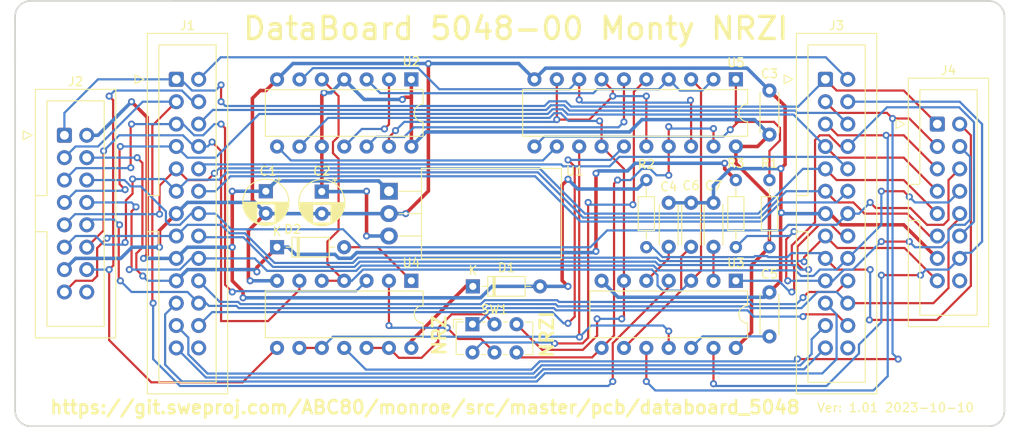
<source format=kicad_pcb>
(kicad_pcb
	(version 20240108)
	(generator "pcbnew")
	(generator_version "8.0")
	(general
		(thickness 1.6)
		(legacy_teardrops no)
	)
	(paper "A4")
	(layers
		(0 "F.Cu" signal)
		(31 "B.Cu" signal)
		(32 "B.Adhes" user "B.Adhesive")
		(33 "F.Adhes" user "F.Adhesive")
		(34 "B.Paste" user)
		(35 "F.Paste" user)
		(36 "B.SilkS" user "B.Silkscreen")
		(37 "F.SilkS" user "F.Silkscreen")
		(38 "B.Mask" user)
		(39 "F.Mask" user)
		(40 "Dwgs.User" user "User.Drawings")
		(41 "Cmts.User" user "User.Comments")
		(42 "Eco1.User" user "User.Eco1")
		(43 "Eco2.User" user "User.Eco2")
		(44 "Edge.Cuts" user)
		(45 "Margin" user)
		(46 "B.CrtYd" user "B.Courtyard")
		(47 "F.CrtYd" user "F.Courtyard")
		(48 "B.Fab" user)
		(49 "F.Fab" user)
		(50 "User.1" user)
		(51 "User.2" user)
		(52 "User.3" user)
		(53 "User.4" user)
		(54 "User.5" user)
		(55 "User.6" user)
		(56 "User.7" user)
		(57 "User.8" user)
		(58 "User.9" user)
	)
	(setup
		(pad_to_mask_clearance 0)
		(allow_soldermask_bridges_in_footprints no)
		(pcbplotparams
			(layerselection 0x00010fc_ffffffff)
			(plot_on_all_layers_selection 0x0000000_00000000)
			(disableapertmacros no)
			(usegerberextensions no)
			(usegerberattributes yes)
			(usegerberadvancedattributes yes)
			(creategerberjobfile yes)
			(dashed_line_dash_ratio 12.000000)
			(dashed_line_gap_ratio 3.000000)
			(svgprecision 4)
			(plotframeref no)
			(viasonmask no)
			(mode 1)
			(useauxorigin no)
			(hpglpennumber 1)
			(hpglpenspeed 20)
			(hpglpendiameter 15.000000)
			(pdf_front_fp_property_popups yes)
			(pdf_back_fp_property_popups yes)
			(dxfpolygonmode yes)
			(dxfimperialunits yes)
			(dxfusepcbnewfont yes)
			(psnegative no)
			(psa4output no)
			(plotreference yes)
			(plotvalue yes)
			(plotfptext yes)
			(plotinvisibletext no)
			(sketchpadsonfab no)
			(subtractmaskfromsilk no)
			(outputformat 1)
			(mirror no)
			(drillshape 1)
			(scaleselection 1)
			(outputdirectory "")
		)
	)
	(net 0 "")
	(net 1 "Net-(U3B-ENABLE)")
	(net 2 "GND")
	(net 3 "Net-(U3D-ENABLE)")
	(net 4 "Net-(U3C-ENABLE)")
	(net 5 "Net-(U3A-ENABLE)")
	(net 6 "Net-(D1-K)")
	(net 7 "+12V")
	(net 8 "-12V")
	(net 9 "Net-(D2-A)")
	(net 10 "/1_1")
	(net 11 "/2_2")
	(net 12 "/1_3")
	(net 13 "/1_14")
	(net 14 "/1_5")
	(net 15 "/2_6")
	(net 16 "/1_7")
	(net 17 "/1_12")
	(net 18 "/1_9")
	(net 19 "/2_10")
	(net 20 "/1_11")
	(net 21 "/2_12")
	(net 22 "/1_6")
	(net 23 "/1_15")
	(net 24 "/2_16")
	(net 25 "unconnected-(J1-Pin_26-Pad26)")
	(net 26 "/1_8")
	(net 27 "/2_20")
	(net 28 "/2_21")
	(net 29 "/1_10")
	(net 30 "/2_23")
	(net 31 "/2_24")
	(net 32 "/2_25")
	(net 33 "/3_3")
	(net 34 "/3_14")
	(net 35 "/3_5")
	(net 36 "/3_12")
	(net 37 "/3_4")
	(net 38 "/3_+12V")
	(net 39 "+5V")
	(net 40 "Net-(U5A-~{CLR})")
	(net 41 "unconnected-(J2-Pin_16-Pad16)")
	(net 42 "unconnected-(J3-Pin_26-Pad26)")
	(net 43 "unconnected-(J4-Pin_16-Pad16)")
	(net 44 "Net-(U3A-OUT)")
	(net 45 "Net-(SW1A-C)")
	(net 46 "Net-(SW1B-C)")
	(net 47 "Net-(U3D-OUT)")
	(net 48 "Net-(SW1B-B)")
	(net 49 "Net-(SW1A-B)")
	(net 50 "Net-(U5A-J)")
	(net 51 "Net-(SW1B-A)")
	(net 52 "Net-(U5B-Q)")
	(net 53 "Net-(U5B-J)")
	(net 54 "Net-(U5B-C)")
	(net 55 "Net-(U5C-J)")
	(net 56 "Net-(SW1A-A)")
	(net 57 "Net-(U2-Pad11)")
	(footprint "Capacitor_THT:CP_Radial_D5.0mm_P2.50mm" (layer "F.Cu") (at 71.12 83.82 -90))
	(footprint "Package_TO_SOT_THT:TO-220-3_Horizontal_TabDown" (layer "F.Cu") (at 85.09 83.82 -90))
	(footprint "Package_DIP:DIP-20_W7.62mm" (layer "F.Cu") (at 124.46 71.12 -90))
	(footprint "Diode_THT:D_DO-35_SOD27_P7.62mm_Horizontal" (layer "F.Cu") (at 72.39 90.17))
	(footprint "Resistor_THT:R_Axial_DIN0204_L3.6mm_D1.6mm_P7.62mm_Horizontal" (layer "F.Cu") (at 114.3 90.17 90))
	(footprint "Button_Switch_THT:SW_E-Switch_EG1271_SPDT" (layer "F.Cu") (at 94.568 98.908))
	(footprint "Resistor_THT:R_Axial_DIN0204_L3.6mm_D1.6mm_P7.62mm_Horizontal" (layer "F.Cu") (at 128.27 90.17 90))
	(footprint "Connector_IDC:IDC-Header_2x08_P2.54mm_Vertical" (layer "F.Cu") (at 48.26 77.47))
	(footprint "Capacitor_THT:C_Disc_D4.3mm_W1.9mm_P5.00mm" (layer "F.Cu") (at 121.92 90.13 90))
	(footprint "Connector_IDC:IDC-Header_2x08_P2.54mm_Vertical" (layer "F.Cu") (at 147.32 76.2))
	(footprint "Resistor_THT:R_Axial_DIN0204_L3.6mm_D1.6mm_P7.62mm_Horizontal" (layer "F.Cu") (at 124.46 90.17 90))
	(footprint "Package_DIP:DIP-14_W7.62mm" (layer "F.Cu") (at 124.46 93.98 -90))
	(footprint "Package_DIP:DIP-14_W7.62mm" (layer "F.Cu") (at 87.635 71.13 -90))
	(footprint "Connector_IDC:IDC-Header_2x13_P2.54mm_Vertical" (layer "F.Cu") (at 134.62 71.12))
	(footprint "Capacitor_THT:CP_Radial_D5.0mm_P2.50mm" (layer "F.Cu") (at 77.47 83.86 -90))
	(footprint "Connector_IDC:IDC-Header_2x13_P2.54mm_Vertical" (layer "F.Cu") (at 60.96 71.12))
	(footprint "Capacitor_THT:C_Disc_D4.3mm_W1.9mm_P5.00mm" (layer "F.Cu") (at 128.27 100.29 90))
	(footprint "Capacitor_THT:C_Disc_D4.3mm_W1.9mm_P5.00mm" (layer "F.Cu") (at 119.38 90.13 90))
	(footprint "Capacitor_THT:C_Disc_D4.3mm_W1.9mm_P5.00mm" (layer "F.Cu") (at 128.27 77.39 90))
	(footprint "Capacitor_THT:C_Disc_D4.3mm_W1.9mm_P5.00mm" (layer "F.Cu") (at 116.84 90.13 90))
	(footprint "Package_DIP:DIP-14_W7.62mm"
		(layer "F.Cu")
		(uuid "f55d4a32-38bb-44ac-8022-bfb594e6d712")
		(at 87.63 93.98 -90)
		(descr "14-lead though-hole mounted DIP package, row spacing 7.62 mm (300 mils)")
		(tags "THT DIP DIL PDIP 2.54mm 7.62mm 300mil")
		(property "Reference" "U4"
			(at -2.032 0 180)
			(layer "F.SilkS")
			(uuid "a018ca6e-880b-479f-9e00-32b0c407d3d3")
			(effects
				(font
					(size 1 1)
					(thickness 0.15)
				)
			)
		)
		(property "Value" "1488"
			(at 3.81 17.57 90)
			(layer "F.Fab")
			(uuid "629bef83-535e-4427-8494-f8067ea516ed")
			(effects
				(font
					(size 1 1)
					(thickness 0.15)
				)
			)
		)
		(property "Footprint" ""
			(at 0 0 -90)
			(layer "F.Fab")
			(hide yes)
			(uuid "80b28b6b-e23a-46aa-8a92-f37e1f217338")
			(effects
				(font
					(size 1.27 1.27)
					(thickness 0.15)
				)
			)
		)
		(property "Datasheet" ""
			(at 0 0 -90)
			(layer "F.Fab")
			(hide yes)
			(uuid "f24d7e1c-8b24-4fbb-88d1-f0eb8e3a1ab8")
			(effects
				(font
					(size 1.27 1.27)
					(thickness 0.15)
				)
			)
		)
		(property "Description" "Quad Nand 2 inputs"
			(at 0 0 -90)
			(layer "F.Fab")
			(hide yes)
			(uuid "651f99dc-8fa9-4774-8572-13e451fa3381")
			(effects
				(font
					(size 1.27 1.27)
					(thickness 0.15)
				)
			)
		)
		(path "/e4bc1eee-5b93-4e54-ab6d-2e4f584829d5")
		(sheetfile "databoard_5048.kicad_sch")
		(attr through_hole)
		(fp_line
			(start 1.16 16.57)
			(end 6.46 16.57)
			(stroke
				(width 0.12)
				(type solid)
			)
			(layer "F.SilkS")
			(uuid "685f6ae0-5077-489c-87f1-7a5c16288960")
		)
		(fp_line
			(start 6.46 16.57)
			(end 6.46 -1.33)
			(stroke
				(width 0.12)
				(type solid)
			)
			(layer "F.SilkS")
			(uuid "4227992a-63a1-4256-bbd0-1df79d2aabb1")
		)
		(fp_line
			(start 1.16 -1.33)
			(end 1.16 16.57)
			(stroke
				(width 0.12)
				(type solid)
			)
			(layer "F.SilkS")
			(uuid "7f968a8c-cba8-44ee-a546-a008b9ce68e6")
		)
		(fp_line
			(start 2.81 -1.33)
			(end 1.16 -1.33)
			(stroke
				(width 0.12)
				(type solid)
			)
			(layer "F.SilkS")
			(uuid "8d00887a-84d6-4fe4-bf40-af4299ba92bb")
		)
		(fp_line
			(start 6.46 -1.33)
			(end 4.81 -1.33)
			(stroke
				(width 0.12)
				(type solid)
			)
			(layer "F.SilkS")
			(uuid "c46f940e-02ec-4b76-bf09-dfd3df31fe42")
		)
		(fp_arc
			(start 4.81 -1.33)
			(mid 3.81 -0.33)
			(end 2.81 -1.33)
			(stroke
				(width 0.12)
				(type solid)
			)
			(layer "F.SilkS")
			(uuid "529b8148-cbca-4773-96be-ca71542d7118")
		)
		(fp_line
			(start -1.1 16.8)
			(end 8.7 16.8)
			(stroke
				(width 0.05)
				(type solid)
			)
			(layer "F.CrtYd")
			(uuid "8c4af09a-c889-4a83-8fdd-76032f52122c")
		)
		(fp_line
			(start 8.7 16.8)
			(end 8.7 -1.55)
			(stroke
				(width 0.05)
				(type solid)
			)
			(layer "F.CrtYd")
			(uuid "3a50e7a2-639c-46f4-9c57-bafd3ce9465f")
		)
		(fp_line
			(start -1.1 -1.55)
			(end -1.1 16.8)
			(stroke
				(width 0.05)
				(type solid)
			)
			(layer "F.CrtYd")
			(uuid "5a5bb1f8-fb00-4840-9cd6-f63523d46d53")
		)
		(fp_line
			(start 8.7 -1.55)
			(end -1.1 -1.55)
			(stroke
				(width 0.05)
				(type solid)
			)
			(layer "F.CrtYd")
			(uuid "a8afce4d-a629-40a4-999d-c5f2c9e4f195")
		)
		(fp_line
			(start 0.635 16.51)
			(end 0.635 -0.27)
			(stroke
				(width 0.1)
				(type solid)
			)
			(layer "F.Fab")
			(uuid "8c4148b3-6298-4375-87b8-34e75e353034")
		)
		(fp_line
			(start 6.985 16.51)
			(end 0.635 16.51)
			(stroke
				(width 0.1)
				(type solid)
			)
			(layer "F.Fab")
			(uuid "d0bb2785-d5dd-4735-b50b-c5e57151c160")
		)
		(fp_line
			(start 0.635 -0.27)
			(end 1.635 -1.27)
			(stroke
				(width 0.1)
				(type solid)
			)
			(layer "F.Fab")
			(uuid "53b2b3c2-1e81-44d7-b340-ddb223186ed3")
		)
		(fp_line
			(start 1.635 -1.27)
			(end 6.985 -1.27)
			(stroke
				(width 0.1)
				(type solid)
			)
			(layer "F.Fab")
			(uuid "b4b6fb66-3316-4819-99e7-2e3c63b9d8a4")
		)
		(fp_line
			(start 6.985 -1.27)
			(end 6.985 16.51)
			(stroke
				(width 0.1)
				(type solid)
			)
			(layer "F.Fab")
			(uuid "4d8deed3-bdeb-473e-a077-b754a2d78c5f")
		)
		(fp_text user "${REFERENCE}"
			(at 3.81 7.62 90)
			(layer "F.Fab")
			(uuid "6bc68258-aec7-4125-ae47-9259a01e2891")
			(effects
				(font
					(size 1 1)
					(thickness 0.15)
				)
			)
		)
		(pad "1" thru_hole rect
			(at 0 0 270)
			(size 1.6 1.6)
			(drill 0.8)
			(layers "*.Cu" "*.Mask")
			(remove_unused_layers no)
			(net 9 "Net-(D2-A)")
			(pinfunction "VDD-")
			(pintype "input")
			(uuid "f4b20719-a581-4cff-aa3e-20a3010709ea")
		)
		(pad "2" thru_hole oval
			(at 0 2.54 270)
			(size 1.6 1.6)
			(drill 0.8)
			(layers "*.Cu" "*.Mask")
			(remove_unused_layers no)
			(net 48 "Net-(SW1B-B)")
			(pintype "input")
			(uuid "d231a25b-84c6-41de-8c58-5e3f13d93e96")
		)
		(pad "3" thru_hole oval
			(at 0 5.08 270)
			(size 1.6 1.6)
			(drill 0.8)
			(layers "*.Cu" "*.Mask")
			(remove_unused_layers no)
			(net 14 "/1_5")
			(pintype "output")
			(uuid "0d613a3b-6180-4eb0-9cb0-998ff9c45184")
		)
		(pad "4" thru_hole oval
			(at 0 7.62 270)
			(size 1.6 1.6)
			(drill 0.8)
			(layers "*.Cu" "*.Mask")
			(remove_unused_layers no)
			(net 44 "Net-(U3A-OUT)")
			(pintype "input")
			(uuid "b944b612-b141-40c7-bdc2-e173bba19d72")
		)
		(pad "5" thru_hole oval
			(at 0 10.16 270)
			(size 1.6 1.6)
			(drill 0.8)
			(layers "*.Cu" "*.Mask")
			(remove_unused_layers no)
			(net 44 "Net-(U3A-OUT)")
			(pintype "input")
			(uuid "0b60f641-4b13-4c8b-abbb-9e59264bbc1a")
		)
		(pad "6" thru_hole oval
			(at 0 12.7 270)
			(size 1.6 1.6)
			(drill 0.8)
			(layers "*.Cu" "*.Mask")
			(remove_unused_layers no)
			(net 17 "/1_12")
			(pintype "output")
			(uuid "61bd40b1-1f97-431d-9f77-e2f705f5f9fd")
		)
		(pad "7" thru_hole oval
			(at 0 15.24 270)
			(size 1.6 1.6)
			(drill 0.8)
			(layers "*.Cu" "*.Mask")
			(remove_unused_layers no)
			(net 2 "GND")
			(pinfunction "VSS")
			(pintype "power_in")
			(uuid "d47ff49b-e548-40c6-93ed-baa19a6b0261")
		)
		(pad "8" thru_hole oval
			(at 7.62 15.24 270)
			(size 1.6 1.6)
			(drill 0.8)
			(layers "*.Cu" "*.Mask")
			(remove_unused_layers no)
			(net 13 "/1_14")
			(pintype "output")
			(uuid "a4672094-0d92-47d5-8dfb-0cb3c8fea160")
		)
		(pad "9" thru_hole oval
			(at 7.62 12.7 270)
			(size 1.6 1.6)
			(drill 0.8)
			(layers "*.Cu" "*.Mask")
			(remove_unused_layers no)
			(net 47 "Net-(U3D-OUT)")
			(pintype "input")
			(uuid "33221c56-b3dd-4186-a12f-15b6b87c9a8d")
		)
		(pad "10" thru_hole oval
			(at 7.62 10.16 270)
			(size 1.6 1.6)
			(drill 0.8)
			(layers "*.Cu" "*.Mask")
			(remove_unused_layers no)
			(net 47 "Net-(U3D-OUT)")
			(pintype "input")
			(uuid "3c2599fe-1f1b-4695-8602-b9ad32e587de")
		)
		(pad "11" thru_hole oval
			(at 7.62 7.62 270)
			(size 1.6 1.6)
			(drill 0.8)
			(layers "*.Cu" "*.Mask")
			(remove_unused_layers no)
			(net 33 "/3_3")
			(pintype "output")
			(uuid "045155eb-1652-4da4-a36a-5bdfa2282387")
		)
		(pad "12" thru_hole oval
			(at 7.62 5.08 270)
			(size 1.6 1.6)
			(drill 0.8)
			(layers "*.C
... [139534 chars truncated]
</source>
